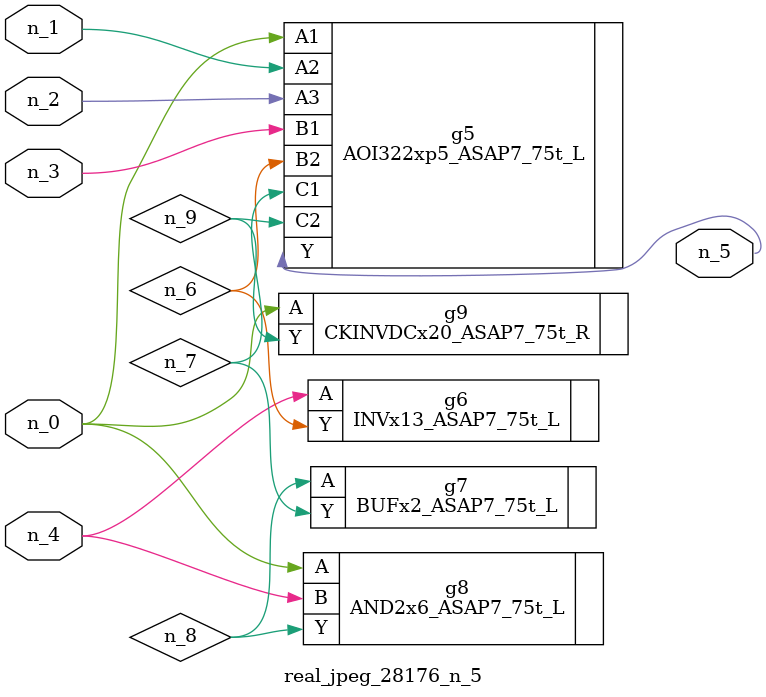
<source format=v>
module real_jpeg_28176_n_5 (n_4, n_0, n_1, n_2, n_3, n_5);

input n_4;
input n_0;
input n_1;
input n_2;
input n_3;

output n_5;

wire n_8;
wire n_6;
wire n_7;
wire n_9;

AOI322xp5_ASAP7_75t_L g5 ( 
.A1(n_0),
.A2(n_1),
.A3(n_2),
.B1(n_3),
.B2(n_6),
.C1(n_7),
.C2(n_9),
.Y(n_5)
);

AND2x6_ASAP7_75t_L g8 ( 
.A(n_0),
.B(n_4),
.Y(n_8)
);

CKINVDCx20_ASAP7_75t_R g9 ( 
.A(n_0),
.Y(n_9)
);

INVx13_ASAP7_75t_L g6 ( 
.A(n_4),
.Y(n_6)
);

BUFx2_ASAP7_75t_L g7 ( 
.A(n_8),
.Y(n_7)
);


endmodule
</source>
